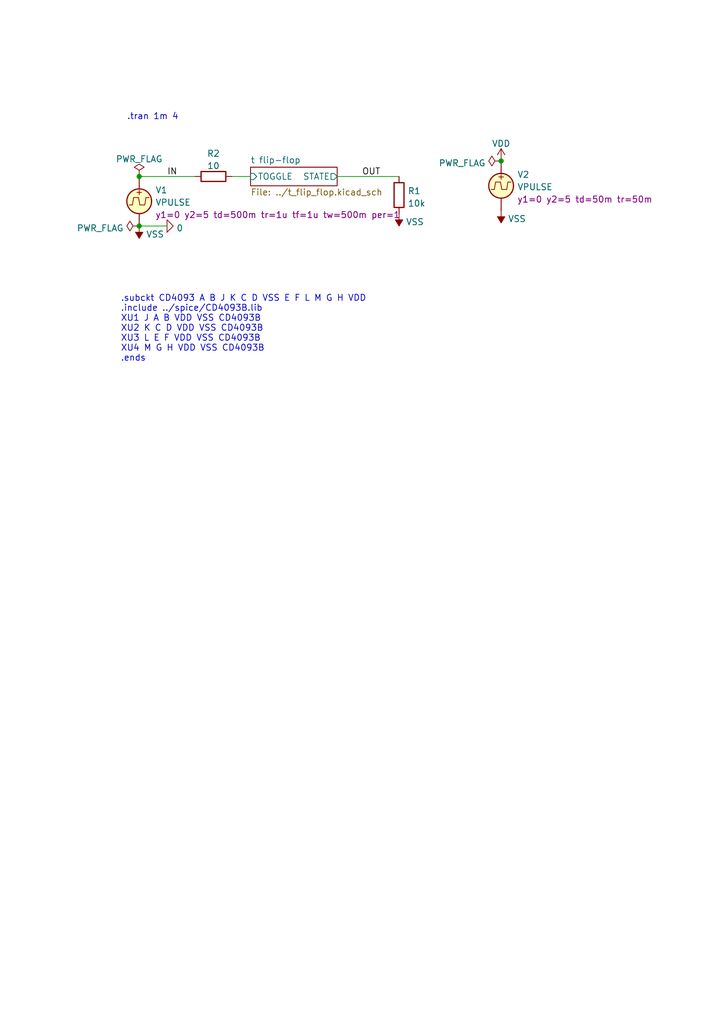
<source format=kicad_sch>
(kicad_sch (version 20211123) (generator eeschema)
  (paper "A5" portrait)
  (lib_symbols
    (symbol "Device:R" (pin_numbers hide) (pin_names (offset 0))
      (property "Reference" "R" (at 2.032 0 90))
      (property "Value" "R" (at 0 0 90))
      (symbol "R_0_1"
        (rectangle (start -1.016 -2.54) (end 1.016 2.54) (stroke (width 0.254)))
      )
      (symbol "R_1_1"
        (pin passive line (at 0 3.81 270) (length 1.27) (name "~") (number "1"))
        (pin passive line (at 0 -3.81 90) (length 1.27) (name "~") (number "2"))
      )
    )
    (symbol "Simulation_SPICE:VPULSE" (pin_numbers hide) (pin_names (offset 0.0254))
      (property "Reference" "V" (at 2.54 2.54 0))
      (property "Value" "VPULSE" (at 2.54 0 0))
      (property "Spice_Model" "pulse(0 1 2n 2n 2n 50n 100n)" (at 2.54 -2.54 0))
      (symbol "VPULSE_0_0"
        (polyline (pts (xy -2.032 -0.762) (xy -1.397 -0.762) (xy -1.143 0.762) (xy -0.127 0.762) (xy 0.127 -0.762) (xy 1.143 -0.762) (xy 1.397 0.762) (xy 2.032 0.762)))
        (text "+" (at 0 1.905 0) (effects (font (size 1.27 1.27))))
      )
      (symbol "VPULSE_0_1"
        (circle (center 0 0) (radius 2.54) (stroke (width 0.254)) (fill (type background)))
      )
      (symbol "VPULSE_1_1"
        (pin passive line (at 0 5.08 270) (length 2.54) (name "~") (number "1"))
        (pin passive line (at 0 -5.08 90) (length 2.54) (name "~") (number "2"))
      )
    )
    (symbol "power:PWR_FLAG" (power) (pin_numbers hide) (pin_names (offset 0) hide)
      (property "Value" "PWR_FLAG" (at 0 3.81 0))
      (symbol "PWR_FLAG_0_0"
        (pin power_out line (at 0 0 90) (length 0) (name "pwr") (number "1"))
      )
      (symbol "PWR_FLAG_0_1"
        (polyline (pts (xy 0 0) (xy 0 1.27) (xy -1.016 1.905) (xy 0 2.54) (xy 1.016 1.905) (xy 0 1.27)))
      )
    )
    (symbol "power:VDD" (power) (pin_names (offset 0))
      (property "Value" "VDD" (at 0 3.81 0))
      (symbol "VDD_0_1"
        (polyline (pts (xy -0.762 1.27) (xy 0 2.54)))
        (polyline (pts (xy 0 0) (xy 0 2.54)))
        (polyline (pts (xy 0 2.54) (xy 0.762 1.27)))
      )
      (symbol "VDD_1_1"
        (pin power_in line (at 0 0 90) (length 0) hide (name "VDD") (number "1"))
      )
    )
    (symbol "power:VSS" (power) (pin_names (offset 0))
      (property "Value" "VSS" (at 0 3.81 0))
      (symbol "VSS_0_1"
        (polyline (pts (xy 0 0) (xy 0 2.54)))
        (polyline (pts (xy 0.762 1.27) (xy -0.762 1.27) (xy 0 2.54) (xy 0.762 1.27)) (fill (type outline)))
      )
      (symbol "VSS_1_1"
        (pin power_in line (at 0 0 90) (length 0) hide (name "VSS") (number "1"))
      )
    )
    (symbol "pspice:0" (power) (pin_names (offset 0))
      (property "Value" "0" (at 0 -1.778 0))
      (symbol "0_0_1"
        (polyline (pts (xy -1.27 0) (xy 0 -1.27) (xy 1.27 0) (xy -1.27 0)))
      )
      (symbol "0_1_1"
        (pin power_in line (at 0 0 0) (length 0) hide (name "0") (number "1"))
      )
    )
  )
  (junction (at 28.575 46.355))
  (junction (at 28.575 36.195))
  (junction (at 102.87 33.02))
  (wire (pts (xy 28.575 46.355) (xy 34.29 46.355)))
  (wire (pts (xy 28.575 36.195) (xy 40.005 36.195)))
  (wire (pts (xy 69.215 36.195) (xy 81.915 36.195)))
  (wire (pts (xy 47.625 36.195) (xy 51.435 36.195)))
  (text ".subckt CD4093 A B J K C D VSS E F L M G H VDD\n.include ../spice/CD4093B.lib\nXU1 J A B VDD VSS CD4093B\nXU2 K C D VDD VSS CD4093B\nXU3 L E F VDD VSS CD4093B\nXU4 M G H VDD VSS CD4093B\n.ends" (at 24.765 74.295 0) (effects (font (size 1.27 1.27)) (justify left bottom)))
  (text ".tran 1m 4" (at 26.035 24.765 0) (effects (font (size 1.27 1.27)) (justify left bottom)))
  (label "IN" (at 34.29 36.195 0))
  (label "OUT" (at 74.295 36.195 0))
  (symbol (lib_id "power:VSS") (at 28.575 46.355 180) (unit 1)
    (property "Reference" "#PWR01" (effects hide))
    (property "Value" "VSS" (at 29.972 48.0588 0) (effects (justify right)))
  )
  (symbol (lib_id "pspice:0") (at 34.29 46.355 90) (unit 1)
    (property "Reference" "#GND01" (effects hide))
    (property "Value" "0" (at 36.195 46.7888 90) (effects (justify right)))
  )
  (symbol (lib_id "Simulation_SPICE:VPULSE") (at 102.87 38.1 0) (unit 1)
    (property "Reference" "V2" (at 106.172 35.8071 0) (effects (justify left)))
    (property "Value" "VPULSE" (at 106.172 38.344 0) (effects (justify left)))
    (property "Spice_Netlist_Enabled" "Y" (effects hide))
    (property "Spice_Primitive" "V" (effects hide))
    (property "Spice_Model" "pulse(0 5 50m 50m)" (at 106.172 40.8809 0) (effects (justify left)))
  )
  (symbol (lib_id "power:PWR_FLAG") (at 102.87 33.02 90) (unit 1)
    (property "Reference" "#FLG03" (effects hide))
    (property "Value" "PWR_FLAG" (at 99.6951 33.4538 90) (effects (justify left)))
  )
  (symbol (lib_id "Simulation_SPICE:VPULSE") (at 28.575 41.275 0) (unit 1)
    (property "Reference" "V1" (at 31.877 38.9821 0) (effects (justify left)))
    (property "Value" "VPULSE" (at 31.877 41.519 0) (effects (justify left)))
    (property "Spice_Netlist_Enabled" "Y" (effects hide))
    (property "Spice_Primitive" "V" (effects hide))
    (property "Spice_Model" "pulse(0 5 500m 1u 1u 500m 1)" (at 31.877 44.0559 0) (effects (justify left)))
  )
  (symbol (lib_id "Device:R") (at 43.815 36.195 90) (unit 1)
    (property "Reference" "R2" (at 43.815 31.4792 90))
    (property "Value" "10" (at 43.815 34.0161 90))
  )
  (symbol (lib_id "power:PWR_FLAG") (at 28.575 46.355 90) (unit 1)
    (property "Reference" "#FLG02" (effects hide))
    (property "Value" "PWR_FLAG" (at 25.4001 46.7888 90) (effects (justify left)))
  )
  (symbol (lib_id "Device:R") (at 81.915 40.005 0) (unit 1)
    (property "Reference" "R1" (at 83.693 39.1703 0) (effects (justify left)))
    (property "Value" "10k" (at 83.693 41.7072 0) (effects (justify left)))
  )
  (symbol (lib_id "power:VSS") (at 102.87 43.18 180) (unit 1)
    (property "Reference" "#PWR04" (effects hide))
    (property "Value" "VSS" (at 104.267 44.8838 0) (effects (justify right)))
  )
  (symbol (lib_id "power:VDD") (at 102.87 33.02 0) (unit 1)
    (property "Reference" "#PWR03" (effects hide))
    (property "Value" "VDD" (at 102.87 29.4442 0))
  )
  (symbol (lib_id "power:PWR_FLAG") (at 28.575 36.195 0) (unit 1)
    (property "Reference" "#FLG01" (effects hide))
    (property "Value" "PWR_FLAG" (at 28.575 32.6192 0))
  )
  (symbol (lib_id "power:VSS") (at 81.915 43.815 180) (unit 1)
    (property "Reference" "#PWR02" (effects hide))
    (property "Value" "VSS" (at 83.312 45.5188 0) (effects (justify right)))
  )
  (sheet (at 51.435 34.29) (size 17.78 3.81) (stroke (width 0.1524))
    (property "Sheet name" "t flip-flop" (at 51.435 33.5784 0) (effects (justify left bottom)))
    (property "Sheet file" "../t_flip_flop.kicad_sch" (at 51.435 38.6846 0) (effects (justify left top)))
    (pin "TOGGLE" input (at 51.435 36.195 180))
    (pin "STATE" output (at 69.215 36.195 0))
  )
)
</source>
